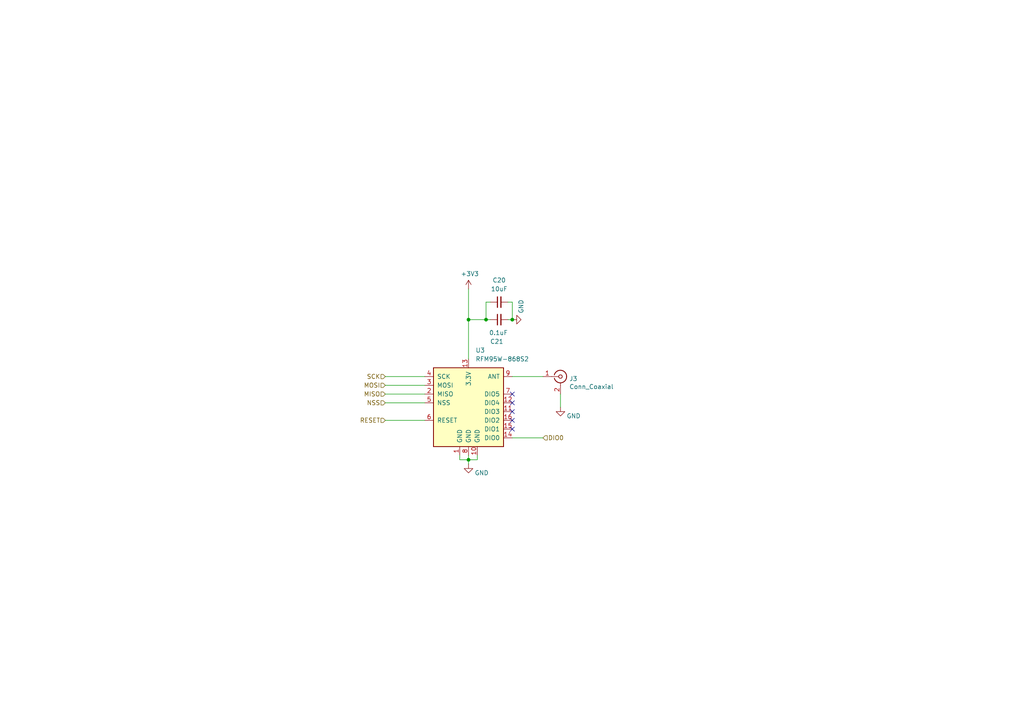
<source format=kicad_sch>
(kicad_sch (version 20211123) (generator eeschema)
  (paper "A4")
  (lib_symbols
    (symbol "Connector:Conn_Coaxial" (pin_names (offset 1.016) hide)
      (property "Reference" "J" (at 0.254 3.048 0))
      (property "Value" "Conn_Coaxial" (at 2.921 0 90))
      (symbol "Conn_Coaxial_0_1"
        (arc (start -1.778 -0.508) (mid 0.222 -1.808) (end 1.778 0) (stroke (width 0.254)))
        (polyline (pts (xy -2.54 0) (xy -0.508 0)))
        (polyline (pts (xy 0 -2.54) (xy 0 -1.778)))
        (circle (center 0 0) (radius 0.508) (stroke (width 0.2032)))
        (arc (start 1.778 0) (mid 0.222 1.8083) (end -1.778 0.508) (stroke (width 0.254)))
      )
      (symbol "Conn_Coaxial_1_1"
        (pin passive line (at -5.08 0 0) (length 2.54) (name "In") (number "1"))
        (pin passive line (at 0 -5.08 90) (length 2.54) (name "Ext") (number "2"))
      )
    )
    (symbol "Device:C_Small" (pin_numbers hide) (pin_names (offset 0.254) hide)
      (property "Reference" "C" (at 0.254 1.778 0))
      (property "Value" "C_Small" (at 0.254 -2.032 0))
      (symbol "C_Small_0_1"
        (polyline (pts (xy -1.524 -0.508) (xy 1.524 -0.508)) (stroke (width 0.3302)))
        (polyline (pts (xy -1.524 0.508) (xy 1.524 0.508)) (stroke (width 0.3048)))
      )
      (symbol "C_Small_1_1"
        (pin passive line (at 0 2.54 270) (length 2.032) (name "~") (number "1"))
        (pin passive line (at 0 -2.54 90) (length 2.032) (name "~") (number "2"))
      )
    )
    (symbol "RF_Module:RFM95W-868S2" (pin_names (offset 1.016))
      (property "Reference" "U" (at -10.414 11.684 0))
      (property "Value" "RFM95W-868S2" (at 1.524 11.43 0))
      (symbol "RFM95W-868S2_0_1"
        (rectangle (start -10.16 10.16) (end 10.16 -12.7) (stroke (width 0.254)) (fill (type background)))
      )
      (symbol "RFM95W-868S2_1_1"
        (pin power_in line (at -2.54 -15.24 90) (length 2.54) (name "GND") (number "1"))
        (pin power_in line (at 2.54 -15.24 90) (length 2.54) (name "GND") (number "10"))
        (pin bidirectional line (at 12.7 -2.54 180) (length 2.54) (name "DIO3") (number "11"))
        (pin bidirectional line (at 12.7 0 180) (length 2.54) (name "DIO4") (number "12"))
        (pin power_in line (at 0 12.7 270) (length 2.54) (name "3.3V") (number "13"))
        (pin bidirectional line (at 12.7 -10.16 180) (length 2.54) (name "DIO0") (number "14"))
        (pin bidirectional line (at 12.7 -7.62 180) (length 2.54) (name "DIO1") (number "15"))
        (pin bidirectional line (at 12.7 -5.08 180) (length 2.54) (name "DIO2") (number "16"))
        (pin output line (at -12.7 2.54 0) (length 2.54) (name "MISO") (number "2"))
        (pin input line (at -12.7 5.08 0) (length 2.54) (name "MOSI") (number "3"))
        (pin input line (at -12.7 7.62 0) (length 2.54) (name "SCK") (number "4"))
        (pin input line (at -12.7 0 0) (length 2.54) (name "NSS") (number "5"))
        (pin bidirectional line (at -12.7 -5.08 0) (length 2.54) (name "RESET") (number "6"))
        (pin bidirectional line (at 12.7 2.54 180) (length 2.54) (name "DIO5") (number "7"))
        (pin power_in line (at 0 -15.24 90) (length 2.54) (name "GND") (number "8"))
        (pin bidirectional line (at 12.7 7.62 180) (length 2.54) (name "ANT") (number "9"))
      )
    )
    (symbol "power:+3.3V" (power) (pin_names (offset 0))
      (property "Value" "+3.3V" (at 0 3.556 0))
      (symbol "+3.3V_0_1"
        (polyline (pts (xy -0.762 1.27) (xy 0 2.54)))
        (polyline (pts (xy 0 0) (xy 0 2.54)))
        (polyline (pts (xy 0 2.54) (xy 0.762 1.27)))
      )
      (symbol "+3.3V_1_1"
        (pin power_in line (at 0 0 90) (length 0) hide (name "+3V3") (number "1"))
      )
    )
    (symbol "power:GND" (power) (pin_names (offset 0))
      (property "Value" "GND" (at 0 -3.81 0))
      (symbol "GND_0_1"
        (polyline (pts (xy 0 0) (xy 0 -1.27) (xy 1.27 -1.27) (xy 0 -2.54) (xy -1.27 -1.27) (xy 0 -1.27)))
      )
      (symbol "GND_1_1"
        (pin power_in line (at 0 0 270) (length 0) hide (name "GND") (number "1"))
      )
    )
  )
  (junction (at 148.59 92.71))
  (junction (at 135.89 92.71))
  (junction (at 140.97 92.71))
  (junction (at 135.89 133.35))
  (no_connect (at 148.59 114.3))
  (no_connect (at 148.59 116.84))
  (no_connect (at 148.59 121.92))
  (no_connect (at 148.59 124.46))
  (no_connect (at 148.59 119.38))
  (wire (pts (xy 135.89 92.71) (xy 140.97 92.71)))
  (wire (pts (xy 111.76 116.84) (xy 123.19 116.84)))
  (wire (pts (xy 111.76 114.3) (xy 123.19 114.3)))
  (wire (pts (xy 148.59 127) (xy 157.48 127)))
  (wire (pts (xy 133.35 133.35) (xy 135.89 133.35)))
  (wire (pts (xy 148.59 92.71) (xy 148.59 87.63)))
  (wire (pts (xy 111.76 121.92) (xy 123.19 121.92)))
  (wire (pts (xy 162.56 114.3) (xy 162.56 118.11)))
  (wire (pts (xy 135.89 132.08) (xy 135.89 133.35)))
  (wire (pts (xy 135.89 83.82) (xy 135.89 92.71)))
  (wire (pts (xy 133.35 132.08) (xy 133.35 133.35)))
  (wire (pts (xy 135.89 92.71) (xy 135.89 104.14)))
  (wire (pts (xy 135.89 133.35) (xy 138.43 133.35)))
  (wire (pts (xy 140.97 87.63) (xy 140.97 92.71)))
  (wire (pts (xy 148.59 109.22) (xy 157.48 109.22)))
  (wire (pts (xy 135.89 133.35) (xy 135.89 134.62)))
  (wire (pts (xy 111.76 109.22) (xy 123.19 109.22)))
  (wire (pts (xy 140.97 87.63) (xy 142.24 87.63)))
  (wire (pts (xy 111.76 111.76) (xy 123.19 111.76)))
  (wire (pts (xy 140.97 92.71) (xy 142.24 92.71)))
  (wire (pts (xy 147.32 92.71) (xy 148.59 92.71)))
  (wire (pts (xy 138.43 132.08) (xy 138.43 133.35)))
  (wire (pts (xy 147.32 87.63) (xy 148.59 87.63)))
  (hierarchical_label "RESET" (shape input) (at 111.76 121.92 180))
  (hierarchical_label "NSS" (shape input) (at 111.76 116.84 180))
  (hierarchical_label "MOSI" (shape input) (at 111.76 111.76 180))
  (hierarchical_label "DIO0" (shape input) (at 157.48 127 0))
  (hierarchical_label "MISO" (shape input) (at 111.76 114.3 180))
  (hierarchical_label "SCK" (shape input) (at 111.76 109.22 180))
  (symbol (lib_id "RF_Module:RFM95W-868S2") (at 135.89 116.84 0) (unit 1)
    (property "Reference" "U3" (at 137.9094 101.6 0) (effects (justify left)))
    (property "Value" "RFM95W-868S2" (at 137.9094 104.14 0) (effects (justify left)))
    (property "Footprint" "RF_Module:HOPERF_RFM9XW_SMD" (effects hide))
    (property "Datasheet" "https://www.hoperf.com/data/upload/portal/20181127/5bfcbea20e9ef.pdf" (effects hide))
  )
  (symbol (lib_id "Device:C_Small") (at 144.78 92.71 90) (unit 1)
    (property "Reference" "C21" (at 146.05 99.06 90) (effects (justify left)))
    (property "Value" "0.1uF" (at 147.32 96.52 90) (effects (justify left)))
    (property "Footprint" "Capacitor_SMD:C_0402_1005Metric" (effects hide))
  )
  (symbol (lib_id "power:GND") (at 148.59 92.71 90) (unit 1)
    (property "Reference" "#PWR038" (effects hide))
    (property "Value" "GND" (at 151.13 88.9 0))
  )
  (symbol (lib_id "power:GND") (at 135.89 134.62 0) (unit 1)
    (property "Reference" "#PWR037" (effects hide))
    (property "Value" "GND" (at 139.7 137.16 0))
  )
  (symbol (lib_id "Device:C_Small") (at 144.78 87.63 90) (unit 1)
    (property "Reference" "C20" (at 144.7863 81.28 90))
    (property "Value" "10uF" (at 144.7863 83.82 90))
    (property "Footprint" "Capacitor_SMD:C_0402_1005Metric" (effects hide))
  )
  (symbol (lib_id "power:GND") (at 162.56 118.11 0) (unit 1)
    (property "Reference" "#PWR039" (effects hide))
    (property "Value" "GND" (at 166.37 120.65 0))
  )
  (symbol (lib_id "power:+3.3V") (at 135.89 83.82 0) (unit 1)
    (property "Reference" "#PWR036" (effects hide))
    (property "Value" "+3.3V" (at 136.271 79.4258 0))
  )
  (symbol (lib_id "Connector:Conn_Coaxial") (at 162.56 109.22 0) (unit 1)
    (property "Reference" "J3" (at 165.1 109.855 0) (effects (justify left)))
    (property "Value" "Conn_Coaxial" (at 165.1 112.1664 0) (effects (justify left)))
    (property "Footprint" "Connector_Coaxial:SMA_Molex_73251-1153_EdgeMount_Horizontal" (effects hide))
    (property "Datasheet" " ~" (effects hide))
  )
)
</source>
